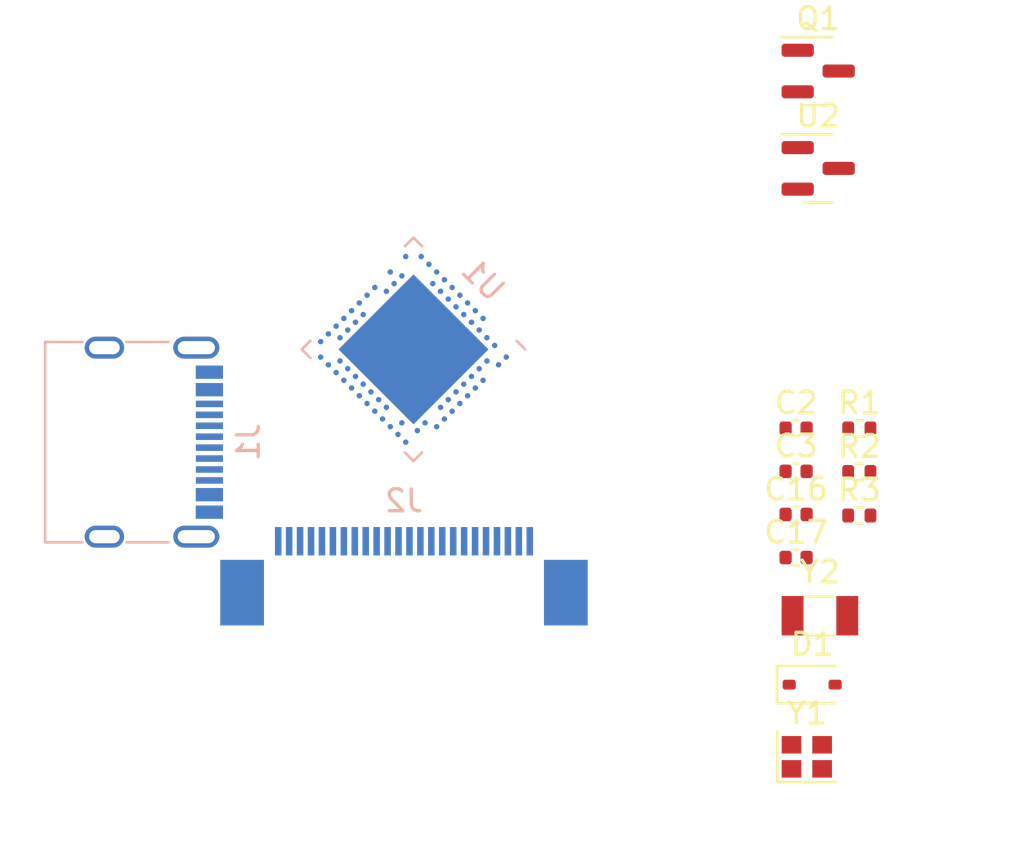
<source format=kicad_pcb>
(kicad_pcb (version 20221018) (generator pcbnew)
  (layers (0 "F.Cu" signal) (31 "B.Cu" signal) (34 "B.Paste" user) (35 "F.Paste" user) (36 "B.SilkS" user "B.Silkscreen") (37 "F.SilkS" user "F.Silkscreen") (38 "B.Mask" user) (39 "F.Mask" user) (44 "Edge.Cuts" user))
  (net 0 "")
  (net 1 "GND")
  (net 2 "Net-(U1-XC1)")
  (net 3 "Net-(U1-XC2)")
  (net 4 "Net-(U1-XL1{slash}P0.00)")
  (net 5 "Net-(U1-XL2{slash}P0.01)")
  (net 6 "Net-(D1-K)")
  (net 7 "VBUS")
  (net 32 "+BATT")
  (net 33 "Net-(J1-CC2)")
  (net 34 "Net-(J1-CC1)")
  (net 42 "+1V8")
  (net 45 "Net-(U1-DECUSB)")
  (net 54 "/USB_DN")
  (net 55 "/USB_DP")
  (net 63 "Net-(U1-DCC)")
  (net 64 "Net-(U1-DEC4)")
  (net 71 "Net-(U1-DEC1)")
  (net 72 "Net-(U1-DEC3)")
  (net 75 "Net-(U1-ANT)")
  (net 83 "Net-(U1-DEC5)")
  (footprint "local:1.54_Epaper_Display" (layer "F.Cu") (at 100.885 107.895)
    (fp_text reference "J2" (at 0 -4.25) (layer "B.SilkS") (effects (justify mirror)))
    (fp_text value "1.54 E-INK")
    (pad "1" smd rect (at -5.75 -2.4) (size 0.3 1.3) (layers "B.Cu" "B.Paste" "B.Mask"))
    (pad "2" smd rect (at -5.25 -2.4) (size 0.3 1.3) (layers "B.Cu" "B.Paste" "B.Mask"))
    (pad "3" smd rect (at -4.75 -2.4) (size 0.3 1.3) (layers "B.Cu" "B.Paste" "B.Mask"))
    (pad "4" smd rect (at -4.25 -2.4) (size 0.3 1.3) (layers "B.Cu" "B.Paste" "B.Mask"))
    (pad "5" smd rect (at -3.75 -2.4) (size 0.3 1.3) (layers "B.Cu" "B.Paste" "B.Mask"))
    (pad "6" smd rect (at -3.25 -2.4) (size 0.3 1.3) (layers "B.Cu" "B.Paste" "B.Mask"))
    (pad "7" smd rect (at -2.75 -2.4) (size 0.3 1.3) (layers "B.Cu" "B.Paste" "B.Mask"))
    (pad "8" smd rect (at -2.25 -2.4) (size 0.3 1.3) (layers "B.Cu" "B.Paste" "B.Mask"))
    (pad "9" smd rect (at -1.75 -2.4) (size 0.3 1.3) (layers "B.Cu" "B.Paste" "B.Mask"))
    (pad "10" smd rect (at -1.25 -2.4) (size 0.3 1.3) (layers "B.Cu" "B.Paste" "B.Mask"))
    (pad "11" smd rect (at -0.75 -2.4) (size 0.3 1.3) (layers "B.Cu" "B.Paste" "B.Mask"))
    (pad "12" smd rect (at -0.25 -2.4) (size 0.3 1.3) (layers "B.Cu" "B.Paste" "B.Mask"))
    (pad "13" smd rect (at 0.25 -2.4) (size 0.3 1.3) (layers "B.Cu" "B.Paste" "B.Mask"))
    (pad "14" smd rect (at 0.75 -2.4) (size 0.3 1.3) (layers "B.Cu" "B.Paste" "B.Mask"))
    (pad "15" smd rect (at 1.25 -2.4) (size 0.3 1.3) (layers "B.Cu" "B.Paste" "B.Mask"))
    (pad "16" smd rect (at 1.75 -2.4) (size 0.3 1.3) (layers "B.Cu" "B.Paste" "B.Mask"))
    (pad "17" smd rect (at 2.25 -2.4) (size 0.3 1.3) (layers "B.Cu" "B.Paste" "B.Mask"))
    (pad "18" smd rect (at 2.75 -2.4) (size 0.3 1.3) (layers "B.Cu" "B.Paste" "B.Mask"))
    (pad "19" smd rect (at 3.25 -2.4) (size 0.3 1.3) (layers "B.Cu" "B.Paste" "B.Mask"))
    (pad "20" smd rect (at 3.75 -2.4) (size 0.3 1.3) (layers "B.Cu" "B.Paste" "B.Mask"))
    (pad "21" smd rect (at 4.25 -2.4) (size 0.3 1.3) (layers "B.Cu" "B.Paste" "B.Mask"))
    (pad "22" smd rect (at 4.75 -2.4) (size 0.3 1.3) (layers "B.Cu" "B.Paste" "B.Mask"))
    (pad "23" smd rect (at 5.25 -2.4) (size 0.3 1.3) (layers "B.Cu" "B.Paste" "B.Mask"))
    (pad "24" smd rect (at 5.75 -2.4) (size 0.3 1.3) (layers "B.Cu" "B.Paste" "B.Mask"))
    (pad "M" smd rect (at -7.4 -0.05) (size 2 3) (layers "B.Cu" "B.Paste" "B.Mask"))
    (pad "M" smd rect (at 7.4 -0.05) (size 2 3) (layers "B.Cu" "B.Paste" "B.Mask"))
  )
  (footprint "Capacitor_SMD:C_0402_1005Metric" (layer "F.Cu") (at 118.81 100.33)
    (fp_text reference "C2" (at 0 -1.16) (layer "F.SilkS"))
    (fp_text value "12p")
    (fp_line (start -0.107836 -0.36) (end 0.107836 -0.36) (stroke (width 0.12)) (layer "F.SilkS"))
    (fp_line (start -0.107836 0.36) (end 0.107836 0.36) (stroke (width 0.12)) (layer "F.SilkS"))
    (pad "1" smd roundrect (at -0.48 0) (size 0.56 0.62) (layers "F.Cu" "F.Paste" "F.Mask") (net 1 "GND"))
    (pad "2" smd roundrect (at 0.48 0) (size 0.56 0.62) (layers "F.Cu" "F.Paste" "F.Mask") (net 2 "Net-(U1-XC1)"))
  )
  (footprint "Resistor_SMD:R_0402_1005Metric" (layer "F.Cu") (at 121.7 100.34)
    (fp_text reference "R1" (at 0 -1.17) (layer "F.SilkS"))
    (fp_text value "5K1")
    (fp_line (start -0.153641 -0.38) (end 0.153641 -0.38) (stroke (width 0.12)) (layer "F.SilkS"))
    (fp_line (start -0.153641 0.38) (end 0.153641 0.38) (stroke (width 0.12)) (layer "F.SilkS"))
    (pad "1" smd roundrect (at -0.51 0) (size 0.54 0.64) (layers "F.Cu" "F.Paste" "F.Mask") (net 33 "Net-(J1-CC2)"))
    (pad "2" smd roundrect (at 0.51 0) (size 0.54 0.64) (layers "F.Cu" "F.Paste" "F.Mask") (net 1 "GND"))
  )
  (footprint "Capacitor_SMD:C_0402_1005Metric" (layer "F.Cu") (at 118.81 104.27)
    (fp_text reference "C16" (at 0 -1.16) (layer "F.SilkS"))
    (fp_text value "6p8")
    (fp_line (start -0.107836 -0.36) (end 0.107836 -0.36) (stroke (width 0.12)) (layer "F.SilkS"))
    (fp_line (start -0.107836 0.36) (end 0.107836 0.36) (stroke (width 0.12)) (layer "F.SilkS"))
    (pad "1" smd roundrect (at -0.48 0) (size 0.56 0.62) (layers "F.Cu" "F.Paste" "F.Mask") (net 1 "GND"))
    (pad "2" smd roundrect (at 0.48 0) (size 0.56 0.62) (layers "F.Cu" "F.Paste" "F.Mask") (net 4 "Net-(U1-XL1{slash}P0.00)"))
  )
  (footprint "Crystal:Crystal_SMD_2016-4Pin_2.0x1.6mm" (layer "F.Cu") (at 119.3 115.35)
    (fp_text reference "Y1" (at 0 -2) (layer "F.SilkS"))
    (fp_text value "32MHz 8pF ±10ppm")
    (fp_line (start -1.35 -1.15) (end -1.35 1.15) (stroke (width 0.12)) (layer "F.SilkS"))
    (fp_line (start -1.35 1.15) (end 1.35 1.15) (stroke (width 0.12)) (layer "F.SilkS"))
    (pad "1" smd rect (at -0.7 0.55) (size 0.9 0.8) (layers "F.Cu" "F.Paste" "F.Mask") (net 2 "Net-(U1-XC1)"))
    (pad "2" smd rect (at 0.7 0.55) (size 0.9 0.8) (layers "F.Cu" "F.Paste" "F.Mask") (net 1 "GND"))
    (pad "3" smd rect (at 0.7 -0.55) (size 0.9 0.8) (layers "F.Cu" "F.Paste" "F.Mask") (net 3 "Net-(U1-XC2)"))
    (pad "4" smd rect (at -0.7 -0.55) (size 0.9 0.8) (layers "F.Cu" "F.Paste" "F.Mask") (net 1 "GND"))
  )
  (footprint "Package_TO_SOT_SMD:SOT-23" (layer "F.Cu") (at 119.82 88.45)
    (fp_text reference "U2" (at 0 -2.4) (layer "F.SilkS"))
    (fp_text value "MCP1700x-180xxTT")
    (fp_line (start 0 -1.56) (end -1.675 -1.56) (stroke (width 0.12)) (layer "F.SilkS"))
    (fp_line (start 0 -1.56) (end 0.65 -1.56) (stroke (width 0.12)) (layer "F.SilkS"))
    (fp_line (start 0 1.56) (end -0.65 1.56) (stroke (width 0.12)) (layer "F.SilkS"))
    (fp_line (start 0 1.56) (end 0.65 1.56) (stroke (width 0.12)) (layer "F.SilkS"))
    (pad "1" smd roundrect (at -0.9375 -0.95) (size 1.475 0.6) (layers "F.Cu" "F.Paste" "F.Mask") (net 1 "GND"))
    (pad "2" smd roundrect (at -0.9375 0.95) (size 1.475 0.6) (layers "F.Cu" "F.Paste" "F.Mask") (net 42 "+1V8"))
    (pad "3" smd roundrect (at 0.9375 0) (size 1.475 0.6) (layers "F.Cu" "F.Paste" "F.Mask") (net 6 "Net-(D1-K)"))
  )
  (footprint "Crystal:Crystal_SMD_3215-2Pin_3.2x1.5mm" (layer "F.Cu") (at 119.9 108.9)
    (fp_text reference "Y2" (at 0 -2) (layer "F.SilkS"))
    (fp_text value "32.768kHz 6pF ±20ppm")
    (fp_line (start -0.675 -0.875) (end 0.675 -0.875) (stroke (width 0.12)) (layer "F.SilkS"))
    (fp_line (start -0.675 0.875) (end 0.675 0.875) (stroke (width 0.12)) (layer "F.SilkS"))
    (pad "1" smd rect (at 1.25 0) (size 1 1.8) (layers "F.Cu" "F.Paste" "F.Mask") (net 5 "Net-(U1-XL2{slash}P0.01)"))
    (pad "2" smd rect (at -1.25 0) (size 1 1.8) (layers "F.Cu" "F.Paste" "F.Mask") (net 4 "Net-(U1-XL1{slash}P0.00)"))
  )
  (footprint "Resistor_SMD:R_0402_1005Metric" (layer "F.Cu") (at 121.7 104.32)
    (fp_text reference "R3" (at 0 -1.17) (layer "F.SilkS"))
    (fp_text value "100K")
    (fp_line (start -0.153641 -0.38) (end 0.153641 -0.38) (stroke (width 0.12)) (layer "F.SilkS"))
    (fp_line (start -0.153641 0.38) (end 0.153641 0.38) (stroke (width 0.12)) (layer "F.SilkS"))
    (pad "1" smd roundrect (at -0.51 0) (size 0.54 0.64) (layers "F.Cu" "F.Paste" "F.Mask") (net 1 "GND"))
    (pad "2" smd roundrect (at 0.51 0) (size 0.54 0.64) (layers "F.Cu" "F.Paste" "F.Mask") (net 7 "VBUS"))
  )
  (footprint "Capacitor_SMD:C_0402_1005Metric" (layer "F.Cu") (at 118.81 102.3)
    (fp_text reference "C3" (at 0 -1.16) (layer "F.SilkS"))
    (fp_text value "12p")
    (fp_line (start -0.107836 -0.36) (end 0.107836 -0.36) (stroke (width 0.12)) (layer "F.SilkS"))
    (fp_line (start -0.107836 0.36) (end 0.107836 0.36) (stroke (width 0.12)) (layer "F.SilkS"))
    (pad "1" smd roundrect (at -0.48 0) (size 0.56 0.62) (layers "F.Cu" "F.Paste" "F.Mask") (net 3 "Net-(U1-XC2)"))
    (pad "2" smd roundrect (at 0.48 0) (size 0.56 0.62) (layers "F.Cu" "F.Paste" "F.Mask") (net 1 "GND"))
  )
  (footprint "Diode_SMD:D_SOD-323" (layer "F.Cu") (at 119.545 112.05)
    (fp_text reference "D1" (at 0 -1.85) (layer "F.SilkS"))
    (fp_text value "1N5819WS")
    (fp_line (start -1.61 -0.85) (end -1.61 0.85) (stroke (width 0.12)) (layer "F.SilkS"))
    (fp_line (start -1.61 -0.85) (end 1.05 -0.85) (stroke (width 0.12)) (layer "F.SilkS"))
    (fp_line (start -1.61 0.85) (end 1.05 0.85) (stroke (width 0.12)) (layer "F.SilkS"))
    (pad "1" smd roundrect (at -1.05 0) (size 0.6 0.45) (layers "F.Cu" "F.Paste" "F.Mask") (net 6 "Net-(D1-K)"))
    (pad "2" smd roundrect (at 1.05 0) (size 0.6 0.45) (layers "F.Cu" "F.Paste" "F.Mask") (net 7 "VBUS"))
  )
  (footprint "Resistor_SMD:R_0402_1005Metric" (layer "F.Cu") (at 121.7 102.33)
    (fp_text reference "R2" (at 0 -1.17) (layer "F.SilkS"))
    (fp_text value "5K1")
    (fp_line (start -0.153641 -0.38) (end 0.153641 -0.38) (stroke (width 0.12)) (layer "F.SilkS"))
    (fp_line (start -0.153641 0.38) (end 0.153641 0.38) (stroke (width 0.12)) (layer "F.SilkS"))
    (pad "1" smd roundrect (at -0.51 0) (size 0.54 0.64) (layers "F.Cu" "F.Paste" "F.Mask") (net 34 "Net-(J1-CC1)"))
    (pad "2" smd roundrect (at 0.51 0) (size 0.54 0.64) (layers "F.Cu" "F.Paste" "F.Mask") (net 1 "GND"))
  )
  (footprint "Capacitor_SMD:C_0402_1005Metric" (layer "F.Cu") (at 118.81 106.24)
    (fp_text reference "C17" (at 0 -1.16) (layer "F.SilkS"))
    (fp_text value "6p8")
    (fp_line (start -0.107836 -0.36) (end 0.107836 -0.36) (stroke (width 0.12)) (layer "F.SilkS"))
    (fp_line (start -0.107836 0.36) (end 0.107836 0.36) (stroke (width 0.12)) (layer "F.SilkS"))
    (pad "1" smd roundrect (at -0.48 0) (size 0.56 0.62) (layers "F.Cu" "F.Paste" "F.Mask") (net 5 "Net-(U1-XL2{slash}P0.01)"))
    (pad "2" smd roundrect (at 0.48 0) (size 0.56 0.62) (layers "F.Cu" "F.Paste" "F.Mask") (net 1 "GND"))
  )
  (footprint "Package_TO_SOT_SMD:SOT-23" (layer "F.Cu") (at 119.82 84)
    (fp_text reference "Q1" (at 0 -2.4) (layer "F.SilkS"))
    (fp_text value "AO3401A")
    (fp_line (start 0 -1.56) (end -1.675 -1.56) (stroke (width 0.12)) (layer "F.SilkS"))
    (fp_line (start 0 -1.56) (end 0.65 -1.56) (stroke (width 0.12)) (layer "F.SilkS"))
    (fp_line (start 0 1.56) (end -0.65 1.56) (stroke (width 0.12)) (layer "F.SilkS"))
    (fp_line (start 0 1.56) (end 0.65 1.56) (stroke (width 0.12)) (layer "F.SilkS"))
    (pad "1" smd roundrect (at -0.9375 -0.95) (size 1.475 0.6) (layers "F.Cu" "F.Paste" "F.Mask") (net 7 "VBUS"))
    (pad "2" smd roundrect (at -0.9375 0.95) (size 1.475 0.6) (layers "F.Cu" "F.Paste" "F.Mask") (net 6 "Net-(D1-K)"))
    (pad "3" smd roundrect (at 0.9375 0) (size 1.475 0.6) (layers "F.Cu" "F.Paste" "F.Mask") (net 32 "+BATT"))
  )
  (footprint "Package_DFN_QFN:Nordic_AQFN-73-1EP_7x7mm_P0.5mm" (layer "B.Cu") (at 101.318553 96.722359 135)
    (fp_text reference "U1" (at 0 4.500001 135) (layer "B.SilkS") (effects (justify mirror)))
    (fp_text value "nRF52840")
    (fp_line (start -3.61 -3.61) (end -3.61 -3.05) (stroke (width 0.12)) (layer "B.SilkS"))
    (fp_line (start -3.61 -3.61) (end -3.05 -3.61) (stroke (width 0.12)) (layer "B.SilkS"))
    (fp_line (start -3.61 3.61) (end -3.05 3.61) (stroke (width 0.12)) (layer "B.SilkS"))
    (fp_line (start 3.61 -3.61) (end 3.05 -3.61) (stroke (width 0.12)) (layer "B.SilkS"))
    (fp_line (start 3.61 -3.61) (end 3.61 -3.05) (stroke (width 0.12)) (layer "B.SilkS"))
    (fp_line (start 3.61 3.61) (end 3.05 3.61) (stroke (width 0.12)) (layer "B.SilkS"))
    (fp_line (start 3.61 3.61) (end 3.61 3.05) (stroke (width 0.12)) (layer "B.SilkS"))
    (pad "A8" smd circle (at -1.25 3.25 315) (size 0.25 0.25) (layers "B.Cu" "B.Paste" "B.Mask"))
    (pad "A10" smd circle (at -0.75 3.25 315) (size 0.25 0.25) (layers "B.Cu" "B.Paste" "B.Mask"))
    (pad "A12" smd circle (at -0.25 3.25 315) (size 0.25 0.25) (layers "B.Cu" "B.Paste" "B.Mask"))
    (pad "A14" smd circle (at 0.25 3.25 315) (size 0.25 0.25) (layers "B.Cu" "B.Paste" "B.Mask"))
    (pad "A16" smd circle (at 0.75 3.25 315) (size 0.25 0.25) (layers "B.Cu" "B.Paste" "B.Mask"))
    (pad "A18" smd circle (at 1.25 3.25 315) (size 0.25 0.25) (layers "B.Cu" "B.Paste" "B.Mask"))
    (pad "A20" smd circle (at 1.75 3.25 315) (size 0.25 0.25) (layers "B.Cu" "B.Paste" "B.Mask"))
    (pad "A22" smd circle (at 2.25 3.25 315) (size 0.25 0.25) (layers "B.Cu" "B.Paste" "B.Mask") (net 42 "+1V8"))
    (pad "A23" smd circle (at 2.75 3.25 315) (size 0.25 0.25) (layers "B.Cu" "B.Paste" "B.Mask") (net 3 "Net-(U1-XC2)"))
    (pad "AA24" smd circle (at 3.25 -2.25 315) (size 0.25 0.25) (layers "B.Cu" "B.Paste" "B.Mask"))
    (pad "AB2" smd circle (at -2.75 -2.5 315) (size 0.25 0.25) (layers "B.Cu" "B.Paste" "B.Mask"))
    (pad "AC5" smd circle (at -2 -2.75 315) (size 0.25 0.25) (layers "B.Cu" "B.Paste" "B.Mask") (net 45 "Net-(U1-DECUSB)"))
    (pad "AC9" smd circle (at -1 -2.75 315) (size 0.25 0.25) (layers "B.Cu" "B.Paste" "B.Mask"))
    (pad "AC11" smd circle (at -0.5 -2.75 315) (size 0.25 0.25) (layers "B.Cu" "B.Paste" "B.Mask"))
    (pad "AC13" smd circle (at 0 -2.75 315) (size 0.25 0.25) (layers "B.Cu" "B.Paste" "B.Mask"))
    (pad "AC15" smd circle (at 0.5 -2.75 315) (size 0.25 0.25) (layers "B.Cu" "B.Paste" "B.Mask"))
    (pad "AC17" smd circle (at 1 -2.75 315) (size 0.25 0.25) (layers "B.Cu" "B.Paste" "B.Mask"))
    (pad "AC19" smd circle (at 1.5 -2.75 315) (size 0.25 0.25) (layers "B.Cu" "B.Paste" "B.Mask"))
    (pad "AC21" smd circle (at 2 -2.75 315) (size 0.25 0.25) (layers "B.Cu" "B.Paste" "B.Mask"))
    (pad "AC24" smd circle (at 3.25 -2.75 315) (size 0.25 0.25) (layers "B.Cu" "B.Paste" "B.Mask"))
    (pad "AD2" smd circle (at -2.75 -3.25 315) (size 0.25 0.25) (layers "B.Cu" "B.Paste" "B.Mask") (net 7 "VBUS"))
    (pad "AD4" smd circle (at -2.25 -3.25 315) (size 0.25 0.25) (layers "B.Cu" "B.Paste" "B.Mask") (net 54 "/USB_DN"))
    (pad "AD6" smd circle (at -1.75 -3.25 315) (size 0.25 0.25) (layers "B.Cu" "B.Paste" "B.Mask") (net 55 "/USB_DP"))
    (pad "AD8" smd circle (at -1.25 -3.25 315) (size 0.25 0.25) (layers "B.Cu" "B.Paste" "B.Mask"))
    (pad "AD10" smd circle (at -0.75 -3.25 315) (size 0.25 0.25) (layers "B.Cu" "B.Paste" "B.Mask"))
    (pad "AD12" smd circle (at -0.25 -3.25 315) (size 0.25 0.25) (layers "B.Cu" "B.Paste" "B.Mask"))
    (pad "AD14" smd circle (at 0.25 -3.25 315) (size 0.25 0.25) (layers "B.Cu" "B.Paste" "B.Mask") (net 42 "+1V8"))
    (pad "AD16" smd circle (at 0.75 -3.25 315) (size 0.25 0.25) (layers "B.Cu" "B.Paste" "B.Mask"))
    (pad "AD18" smd circle (at 1.25 -3.25 315) (size 0.25 0.25) (layers "B.Cu" "B.Paste" "B.Mask"))
    (pad "AD20" smd circle (at 1.75 -3.25 315) (size 0.25 0.25) (layers "B.Cu" "B.Paste" "B.Mask"))
    (pad "AD22" smd circle (at 2.25 -3.25 315) (size 0.25 0.25) (layers "B.Cu" "B.Paste" "B.Mask"))
    (pad "AD23" smd circle (at 2.75 -3.25 315) (size 0.25 0.25) (layers "B.Cu" "B.Paste" "B.Mask") (net 42 "+1V8"))
    (pad "B1" smd circle (at -3.25 2.75 315) (size 0.25 0.25) (layers "B.Cu" "B.Paste" "B.Mask") (net 42 "+1V8"))
    (pad "B3" smd circle (at -2.5 2.75 315) (size 0.25 0.25) (layers "B.Cu" "B.Paste" "B.Mask") (net 63 "Net-(U1-DCC)"))
    (pad "B5" smd circle (at -2 2.75 315) (size 0.25 0.25) (layers "B.Cu" "B.Paste" "B.Mask") (net 64 "Net-(U1-DEC4)"))
    (pad "B7" smd circle (at -1.5 2.75 315) (size 0.25 0.25) (layers "B.Cu" "B.Paste" "B.Mask") (net 1 "GND"))
    (pad "B9" smd circle (at -1 2.75 315) (size 0.25 0.25) (layers "B.Cu" "B.Paste" "B.Mask"))
    (pad "B11" smd circle (at -0.5 2.75 315) (size 0.25 0.25) (layers "B.Cu" "B.Paste" "B.Mask"))
    (pad "B13" smd circle (at 0 2.75 315) (size 0.25 0.25) (layers "B.Cu" "B.Paste" "B.Mask"))
    (pad "B15" smd circle (at 0.5 2.75 315) (size 0.25 0.25) (layers "B.Cu" "B.Paste" "B.Mask"))
    (pad "B17" smd circle (at 1 2.75 315) (size 0.25 0.25) (layers "B.Cu" "B.Paste" "B.Mask"))
    (pad "B19" smd circle (at 1.5 2.75 315) (size 0.25 0.25) (layers "B.Cu" "B.Paste" "B.Mask"))
    (pad "B24" smd circle (at 3.25 2.75 315) (size 0.25 0.25) (layers "B.Cu" "B.Paste" "B.Mask") (net 2 "Net-(U1-XC1)"))
    (pad "C1" smd circle (at -3.25 2.25 315) (size 0.25 0.25) (layers "B.Cu" "B.Paste" "B.Mask") (net 71 "Net-(U1-DEC1)"))
    (pad "D2" smd circle (at -2.75 2 315) (size 0.25 0.25) (layers "B.Cu" "B.Paste" "B.Mask") (net 4 "Net-(U1-XL1{slash}P0.00)"))
    (pad "D23" smd circle (at 2.75 2 315) (size 0.25 0.25) (layers "B.Cu" "B.Paste" "B.Mask") (net 72 "Net-(U1-DEC3)"))
    (pad "E24" smd circle (at 3.25 1.75 315) (size 0.25 0.25) (layers "B.Cu" "B.Paste" "B.Mask") (net 64 "Net-(U1-DEC4)"))
    (pad "EP" smd rect (at 0 0 315) (size 4.85 4.85) (layers "B.Cu" "B.Mask") (net 1 "GND"))
    (pad "F2" smd circle (at -2.75 1.5 315) (size 0.25 0.25) (layers "B.Cu" "B.Paste" "B.Mask") (net 5 "Net-(U1-XL2{slash}P0.01)"))
    (pad "F23" smd circle (at 2.75 1.5 315) (size 0.25 0.25) (layers "B.Cu" "B.Paste" "B.Mask") (net 1 "GND"))
    (pad "G1" smd circle (at -3.25 1.25 315) (size 0.25 0.25) (layers "B.Cu" "B.Paste" "B.Mask"))
    (pad "H2" smd circle (at -2.75 1 315) (size 0.25 0.25) (layers "B.Cu" "B.Paste" "B.Mask"))
    (pad "H23" smd circle (at 2.75 1 315) (size 0.25 0.25) (layers "B.Cu" "B.Paste" "B.Mask") (net 75 "Net-(U1-ANT)"))
    (pad "J1" smd circle (at -3.25 0.75 315) (size 0.25 0.25) (layers "B.Cu" "B.Paste" "B.Mask"))
    (pad "J24" smd circle (at 3.25 0.75 315) (size 0.25 0.25) (layers "B.Cu" "B.Paste" "B.Mask"))
    (pad "K2" smd circle (at -2.75 0.5 315) (size 0.25 0.25) (layers "B.Cu" "B.Paste" "B.Mask"))
    (pad "L1" smd circle (at -3.25 0.25 315) (size 0.25 0.25) (layers "B.Cu" "B.Paste" "B.Mask"))
    (pad "L24" smd circle (at 3.25 0.25 315) (size 0.25 0.25) (layers "B.Cu" "B.Paste" "B.Mask"))
    (pad "M2" smd circle (at -2.75 0 315) (size 0.25 0.25) (layers "B.Cu" "B.Paste" "B.Mask"))
    (pad "N1" smd circle (at -3.25 -0.25 315) (size 0.25 0.25) (layers "B.Cu" "B.Paste" "B.Mask"))
    (pad "N24" smd circle (at 3.25 -0.25 315) (size 0.25 0.25) (layers "B.Cu" "B.Paste" "B.Mask") (net 83 "Net-(U1-DEC5)"))
    (pad "P2" smd circle (at -2.75 -0.5 315) (size 0.25 0.25) (layers "B.Cu" "B.Paste" "B.Mask"))
    (pad "P23" smd circle (at 2.75 -0.5 315) (size 0.25 0.25) (layers "B.Cu" "B.Paste" "B.Mask"))
    (pad "R1" smd circle (at -3.25 -0.75 315) (size 0.25 0.25) (layers "B.Cu" "B.Paste" "B.Mask"))
    (pad "R24" smd circle (at 3.25 -0.75 315) (size 0.25 0.25) (layers "B.Cu" "B.Paste" "B.Mask"))
    (pad "T2" smd circle (at -2.75 -1 315) (size 0.25 0.25) (layers "B.Cu" "B.Paste" "B.Mask"))
    (pad "T23" smd circle (at 2.75 -1 315) (size 0.25 0.25) (layers "B.Cu" "B.Paste" "B.Mask"))
    (pad "U1" smd circle (at -3.25 -1.25 315) (size 0.25 0.25) (layers "B.Cu" "B.Paste" "B.Mask"))
    (pad "U24" smd circle (at 3.25 -1.25 315) (size 0.25 0.25) (layers "B.Cu" "B.Paste" "B.Mask"))
    (pad "V23" smd circle (at 2.75 -1.5 315) (size 0.25 0.25) (layers "B.Cu" "B.Paste" "B.Mask"))
    (pad "W1" smd circle (at -3.25 -1.75 315) (size 0.25 0.25) (layers "B.Cu" "B.Paste" "B.Mask") (net 42 "+1V8"))
    (pad "W24" smd circle (at 3.25 -1.75 315) (size 0.25 0.25) (layers "B.Cu" "B.Paste" "B.Mask"))
    (pad "Y2" smd circle (at -2.75 -2 315) (size 0.25 0.25) (layers "B.Cu" "B.Paste" "B.Mask") (net 42 "+1V8"))
    (pad "Y23" smd circle (at 2.75 -2 315) (size 0.25 0.25) (layers "B.Cu" "B.Paste" "B.Mask"))
  )
  (footprint "Connector_USB:USB_C_Receptacle_G-Switch_GT-USB-7010ASV" (layer "B.Cu") (at 88.265 100.965 90)
    (fp_text reference "J1" (at 0 5.5 90) (layer "B.SilkS") (effects (justify mirror)))
    (fp_text value "USB_C_Receptacle_USB2.0")
    (fp_line (start -4.58 -3.785) (end -4.58 -2.08) (stroke (width 0.12)) (layer "B.SilkS"))
    (fp_line (start -4.58 1.85) (end -4.58 -0.07) (stroke (width 0.12)) (layer "B.SilkS"))
    (fp_line (start 4.58 -3.785) (end -4.58 -3.785) (stroke (width 0.12)) (layer "B.SilkS"))
    (fp_line (start 4.58 -2.08) (end 4.58 -3.785) (stroke (width 0.12)) (layer "B.SilkS"))
    (fp_line (start 4.58 -0.07) (end 4.58 1.85) (stroke (width 0.12)) (layer "B.SilkS"))
    (pad "" np_thru_hole circle (at -2.89 2.605 90) (size 0.65 0.65) (drill 0.65) (layers "*.Cu" "*.Mask"))
    (pad "" np_thru_hole circle (at 2.89 2.605 90) (size 0.65 0.65) (drill 0.65) (layers "*.Cu" "*.Mask"))
    (pad "A1" smd rect (at -3.2 3.725 90) (size 0.6 1.24) (layers "B.Cu" "B.Paste" "B.Mask") (net 1 "GND"))
    (pad "A4" smd rect (at -2.4 3.725 90) (size 0.6 1.24) (layers "B.Cu" "B.Paste" "B.Mask") (net 7 "VBUS"))
    (pad "A5" smd rect (at -1.25 3.725 90) (size 0.3 1.24) (layers "B.Cu" "B.Paste" "B.Mask") (net 34 "Net-(J1-CC1)"))
    (pad "A6" smd rect (at -0.25 3.725 90) (size 0.3 1.24) (layers "B.Cu" "B.Paste" "B.Mask") (net 55 "/USB_DP"))
    (pad "A7" smd rect (at 0.25 3.725 90) (size 0.3 1.24) (layers "B.Cu" "B.Paste" "B.Mask") (net 54 "/USB_DN"))
    (pad "A8" smd rect (at 1.25 3.725 90) (size 0.3 1.24) (layers "B.Cu" "B.Paste" "B.Mask"))
    (pad "A9" smd rect (at 2.4 3.725 90) (size 0.6 1.24) (layers "B.Cu" "B.Paste" "B.Mask") (net 7 "VBUS"))
    (pad "A12" smd rect (at 3.2 3.725 90) (size 0.6 1.24) (layers "B.Cu" "B.Paste" "B.Mask") (net 1 "GND"))
    (pad "B1" smd rect (at 3.2 3.725 90) (size 0.6 1.24) (layers "B.Cu" "B.Paste" "B.Mask") (net 1 "GND"))
    (pad "B4" smd rect (at 2.4 3.725 90) (size 0.6 1.24) (layers "B.Cu" "B.Paste" "B.Mask") (net 7 "VBUS"))
    (pad "B5" smd rect (at 1.75 3.725 90) (size 0.3 1.24) (layers "B.Cu" "B.Paste" "B.Mask") (net 33 "Net-(J1-CC2)"))
    (pad "B6" smd rect (at 0.75 3.725 90) (size 0.3 1.24) (layers "B.Cu" "B.Paste" "B.Mask") (net 55 "/USB_DP"))
    (pad "B7" smd rect (at -0.75 3.725 90) (size 0.3 1.24) (layers "B.Cu" "B.Paste" "B.Mask") (net 54 "/USB_DN"))
    (pad "B8" smd rect (at -1.75 3.725 90) (size 0.3 1.24) (layers "B.Cu" "B.Paste" "B.Mask"))
    (pad "B9" smd rect (at -2.4 3.725 90) (size 0.6 1.24) (layers "B.Cu" "B.Paste" "B.Mask") (net 7 "VBUS"))
    (pad "B12" smd rect (at -3.2 3.725 90) (size 0.6 1.24) (layers "B.Cu" "B.Paste" "B.Mask") (net 1 "GND"))
    (pad "S1" thru_hole oval (at -4.32 -1.075 90) (size 1 1.8) (drill oval 0.6 1.4) (layers "*.Cu" "*.Mask") (net 1 "GND"))
    (pad "S1" thru_hole oval (at -4.32 3.125 90) (size 1 2.1) (drill oval 0.6 1.7) (layers "*.Cu" "*.Mask") (net 1 "GND"))
    (pad "S1" thru_hole oval (at 4.32 -1.075 90) (size 1 1.8) (drill oval 0.6 1.4) (layers "*.Cu" "*.Mask") (net 1 "GND"))
    (pad "S1" thru_hole oval (at 4.32 3.125 90) (size 1 2.1) (drill oval 0.6 1.7) (layers "*.Cu" "*.Mask") (net 1 "GND"))
  )
)
</source>
